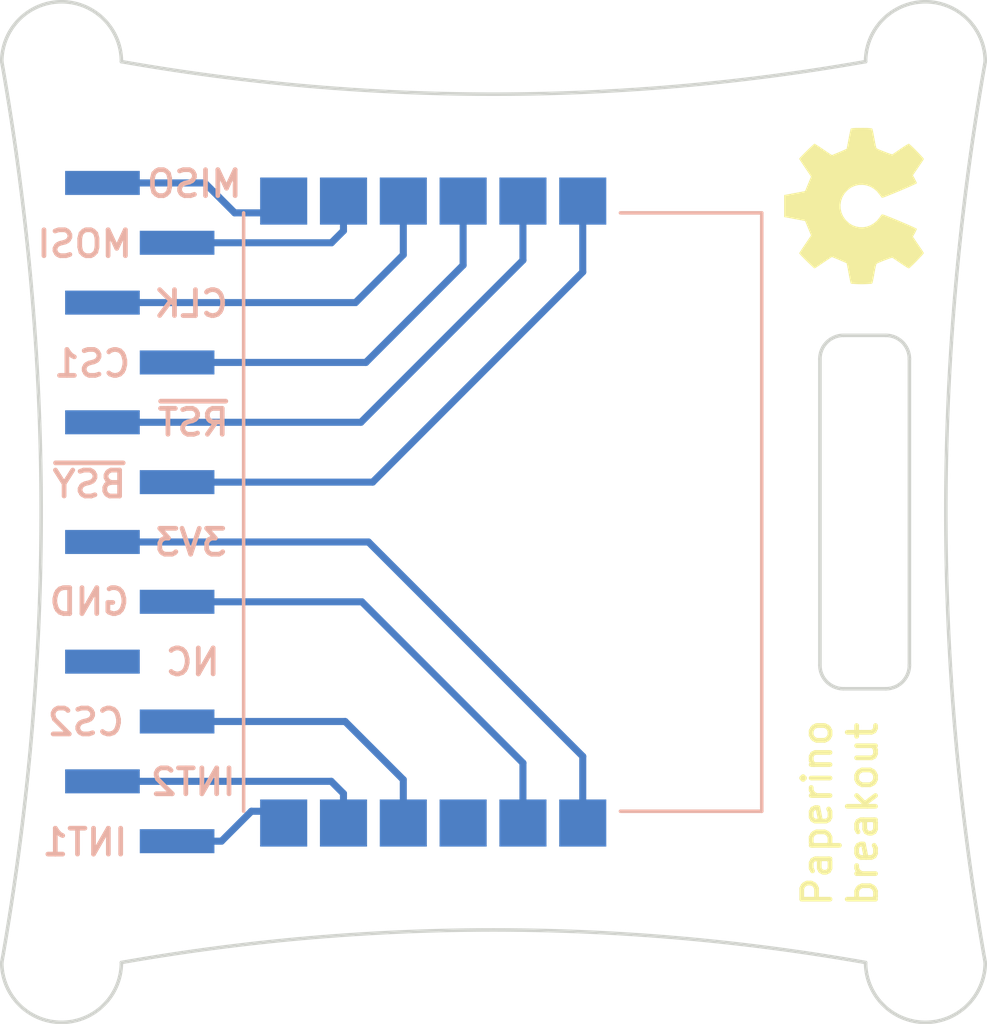
<source format=kicad_pcb>
(kicad_pcb (version 4) (host pcbnew 4.0.6)

  (general
    (links 0)
    (no_connects 0)
    (area -11.050001 -27.920001 247.729995 189.680001)
    (thickness 1.6)
    (drawings 42)
    (tracks 33)
    (zones 0)
    (modules 7)
    (nets 14)
  )

  (page A4)
  (layers
    (0 F.Cu signal)
    (31 B.Cu signal)
    (32 B.Adhes user)
    (33 F.Adhes user)
    (34 B.Paste user)
    (35 F.Paste user)
    (36 B.SilkS user)
    (37 F.SilkS user)
    (38 B.Mask user)
    (39 F.Mask user)
    (40 Dwgs.User user)
    (41 Cmts.User user)
    (42 Eco1.User user)
    (43 Eco2.User user)
    (44 Edge.Cuts user)
    (45 Margin user)
    (46 B.CrtYd user)
    (47 F.CrtYd user)
    (48 B.Fab user)
    (49 F.Fab user)
  )

  (setup
    (last_trace_width 0.3)
    (trace_clearance 0.15)
    (zone_clearance 0.508)
    (zone_45_only no)
    (trace_min 0.2)
    (segment_width 0.15)
    (edge_width 0.15)
    (via_size 0.6)
    (via_drill 0.4)
    (via_min_size 0.4)
    (via_min_drill 0.3)
    (uvia_size 0.3)
    (uvia_drill 0.1)
    (uvias_allowed no)
    (uvia_min_size 0.2)
    (uvia_min_drill 0.1)
    (pcb_text_width 0.3)
    (pcb_text_size 1.5 1.5)
    (mod_edge_width 0.15)
    (mod_text_size 1 1)
    (mod_text_width 0.15)
    (pad_size 1.524 1.524)
    (pad_drill 0.762)
    (pad_to_mask_clearance 0.2)
    (aux_axis_origin 0 0)
    (visible_elements 7FFCFFFF)
    (pcbplotparams
      (layerselection 0x00030_80000001)
      (usegerberextensions false)
      (excludeedgelayer true)
      (linewidth 0.100000)
      (plotframeref false)
      (viasonmask false)
      (mode 1)
      (useauxorigin false)
      (hpglpennumber 1)
      (hpglpenspeed 20)
      (hpglpendiameter 15)
      (hpglpenoverlay 2)
      (psnegative false)
      (psa4output false)
      (plotreference true)
      (plotvalue true)
      (plotinvisibletext false)
      (padsonsilk false)
      (subtractmaskfromsilk false)
      (outputformat 1)
      (mirror false)
      (drillshape 1)
      (scaleselection 1)
      (outputdirectory ""))
  )

  (net 0 "")
  (net 1 "Net-(A1-Pad3)")
  (net 2 "Net-(X1-Pad4)")
  (net 3 +3V3)
  (net 4 /MISO)
  (net 5 GND)
  (net 6 /CS2)
  (net 7 /INT2)
  (net 8 /INT1)
  (net 9 /MOSI)
  (net 10 /CLK)
  (net 11 /CS1)
  (net 12 /~RST)
  (net 13 /~BSY)

  (net_class Default "This is the default net class."
    (clearance 0.15)
    (trace_width 0.3)
    (via_dia 0.6)
    (via_drill 0.4)
    (uvia_dia 0.3)
    (uvia_drill 0.1)
    (add_net +3V3)
    (add_net /CLK)
    (add_net /CS1)
    (add_net /CS2)
    (add_net /INT1)
    (add_net /INT2)
    (add_net /MISO)
    (add_net /MOSI)
    (add_net /~BSY)
    (add_net /~RST)
    (add_net GND)
    (add_net "Net-(A1-Pad3)")
    (add_net "Net-(X1-Pad4)")
  )

  (module Paperino:paperino_module (layer B.Cu) (tedit 58E5DB08) (tstamp 58E4EAD0)
    (at 118.73 80.88 90)
    (path /58E4DACE)
    (fp_text reference A1 (at -11.1 12.35 90) (layer B.SilkS) hide
      (effects (font (size 1 1) (thickness 0.15)) (justify mirror))
    )
    (fp_text value paperino_module (at -6.4 -13.5 90) (layer B.Fab) hide
      (effects (font (size 1 1) (thickness 0.15)) (justify mirror))
    )
    (fp_line (start 12.7 5) (end 12.7 11) (layer B.SilkS) (width 0.15))
    (fp_line (start -12.7 11) (end -12.7 5) (layer B.SilkS) (width 0.15))
    (fp_line (start -12.7 -11) (end 12.7 -11) (layer B.SilkS) (width 0.15))
    (fp_line (start -12.7 11) (end 12.7 11) (layer B.SilkS) (width 0.15))
    (pad 1 smd rect (at -12.7 3.4 90) (size 2 2) (drill (offset -0.5 0)) (layers B.Cu B.Paste B.Mask)
      (net 3 +3V3))
    (pad 7 smd rect (at 12.7 -9.3 90) (size 2 2) (drill (offset 0.5 0)) (layers B.Cu B.Paste B.Mask)
      (net 4 /MISO))
    (pad 2 smd rect (at -12.7 0.86 90) (size 2 2) (drill (offset -0.5 0)) (layers B.Cu B.Paste B.Mask)
      (net 5 GND))
    (pad 3 smd rect (at -12.7 -1.68 90) (size 2 2) (drill (offset -0.5 0)) (layers B.Cu B.Paste B.Mask)
      (net 1 "Net-(A1-Pad3)"))
    (pad 4 smd rect (at -12.7 -4.22 90) (size 2 2) (drill (offset -0.5 0)) (layers B.Cu B.Paste B.Mask)
      (net 6 /CS2))
    (pad 5 smd rect (at -12.7 -6.76 90) (size 2 2) (drill (offset -0.5 0)) (layers B.Cu B.Paste B.Mask)
      (net 7 /INT2))
    (pad 6 smd rect (at -12.7 -9.3 90) (size 2 2) (drill (offset -0.5 0)) (layers B.Cu B.Paste B.Mask)
      (net 8 /INT1))
    (pad 8 smd rect (at 12.7 -6.76 90) (size 2 2) (drill (offset 0.5 0)) (layers B.Cu B.Paste B.Mask)
      (net 9 /MOSI))
    (pad 9 smd rect (at 12.7 -4.22 90) (size 2 2) (drill (offset 0.5 0)) (layers B.Cu B.Paste B.Mask)
      (net 10 /CLK))
    (pad 10 smd rect (at 12.7 -1.68 90) (size 2 2) (drill (offset 0.5 0)) (layers B.Cu B.Paste B.Mask)
      (net 11 /CS1))
    (pad 11 smd rect (at 12.7 0.86 90) (size 2 2) (drill (offset 0.5 0)) (layers B.Cu B.Paste B.Mask)
      (net 12 /~RST))
    (pad 12 smd rect (at 12.7 3.4 90) (size 2 2) (drill (offset 0.5 0)) (layers B.Cu B.Paste B.Mask)
      (net 13 /~BSY))
  )

  (module Paperino:mounting_hole_1.5 locked (layer F.Cu) (tedit 58D4C3AF) (tstamp 58E4EAD5)
    (at 100 100)
    (path /58E4DB75)
    (fp_text reference M1 (at -1.0541 -2.0955) (layer F.SilkS) hide
      (effects (font (size 1 1) (thickness 0.15)))
    )
    (fp_text value Mounting_hole (at 0 1.7653) (layer F.Fab) hide
      (effects (font (size 1 1) (thickness 0.15)))
    )
    (pad "" np_thru_hole circle (at 0 0) (size 1.5 1.5) (drill 1.5) (layers *.Cu *.Mask))
  )

  (module Paperino:mounting_hole_1.5 locked (layer F.Cu) (tedit 58D4C3AF) (tstamp 58E4EADA)
    (at 136.68 100)
    (path /58E4DC10)
    (fp_text reference M2 (at -1.0541 -2.0955) (layer F.SilkS) hide
      (effects (font (size 1 1) (thickness 0.15)))
    )
    (fp_text value Mounting_hole (at 0 1.7653) (layer F.Fab) hide
      (effects (font (size 1 1) (thickness 0.15)))
    )
    (pad "" np_thru_hole circle (at 0 0) (size 1.5 1.5) (drill 1.5) (layers *.Cu *.Mask))
  )

  (module Paperino:mounting_hole_1.5 locked (layer F.Cu) (tedit 58D4C3AF) (tstamp 58E4EADF)
    (at 100 61.76)
    (path /58E4DC2F)
    (fp_text reference M3 (at -1.0541 -2.0955) (layer F.SilkS) hide
      (effects (font (size 1 1) (thickness 0.15)))
    )
    (fp_text value Mounting_hole (at 0 1.7653) (layer F.Fab) hide
      (effects (font (size 1 1) (thickness 0.15)))
    )
    (pad "" np_thru_hole circle (at 0 0) (size 1.5 1.5) (drill 1.5) (layers *.Cu *.Mask))
  )

  (module Paperino:mounting_hole_1.5 locked (layer F.Cu) (tedit 58D4C3AF) (tstamp 58E4EAE4)
    (at 136.68 61.76)
    (path /58E4DC51)
    (fp_text reference M4 (at -1.0541 -2.0955) (layer F.SilkS) hide
      (effects (font (size 1 1) (thickness 0.15)))
    )
    (fp_text value Mounting_hole (at 0 1.7653) (layer F.Fab) hide
      (effects (font (size 1 1) (thickness 0.15)))
    )
    (pad "" np_thru_hole circle (at 0 0) (size 1.5 1.5) (drill 1.5) (layers *.Cu *.Mask))
  )

  (module Paperino:header_1x12_SMT (layer B.Cu) (tedit 58E5DB04) (tstamp 58E4EAF4)
    (at 103.32 80.88 90)
    (path /58E4E002)
    (fp_text reference X1 (at 0 4.91 90) (layer B.SilkS) hide
      (effects (font (size 1 1) (thickness 0.15)) (justify mirror))
    )
    (fp_text value CONN_01X12 (at 0 -5.59 90) (layer B.Fab) hide
      (effects (font (size 1 1) (thickness 0.15)) (justify mirror))
    )
    (pad 1 smd rect (at -13.97 1.5848 90) (size 1.02 3.17) (layers B.Cu B.Paste B.Mask)
      (net 8 /INT1))
    (pad 3 smd rect (at -8.89 1.5848 90) (size 1.02 3.17) (layers B.Cu B.Paste B.Mask)
      (net 6 /CS2))
    (pad 5 smd rect (at -3.81 1.5848 90) (size 1.02 3.17) (layers B.Cu B.Paste B.Mask)
      (net 5 GND))
    (pad 7 smd rect (at 1.27 1.5848 90) (size 1.02 3.17) (layers B.Cu B.Paste B.Mask)
      (net 13 /~BSY))
    (pad 9 smd rect (at 6.35 1.5848 90) (size 1.02 3.17) (layers B.Cu B.Paste B.Mask)
      (net 11 /CS1))
    (pad 11 smd rect (at 11.43 1.5848 90) (size 1.02 3.17) (layers B.Cu B.Paste B.Mask)
      (net 9 /MOSI))
    (pad 2 smd rect (at -11.43 -1.5852 90) (size 1.02 3.17) (layers B.Cu B.Paste B.Mask)
      (net 7 /INT2))
    (pad 4 smd rect (at -6.35 -1.5852 90) (size 1.02 3.17) (layers B.Cu B.Paste B.Mask)
      (net 2 "Net-(X1-Pad4)"))
    (pad 6 smd rect (at -1.27 -1.5852 90) (size 1.02 3.17) (layers B.Cu B.Paste B.Mask)
      (net 3 +3V3))
    (pad 8 smd rect (at 3.81 -1.5852 90) (size 1.02 3.17) (layers B.Cu B.Paste B.Mask)
      (net 12 /~RST))
    (pad 10 smd rect (at 8.89 -1.5852 90) (size 1.02 3.17) (layers B.Cu B.Paste B.Mask)
      (net 10 /CLK))
    (pad 12 smd rect (at 13.97 -1.5852 90) (size 1.02 3.17) (layers B.Cu B.Paste B.Mask)
      (net 4 /MISO))
  )

  (module Symbols:OSHW-Symbol_6.7x6mm_SilkScreen (layer F.Cu) (tedit 0) (tstamp 58E73F44)
    (at 133.66 67.9 90)
    (descr "Open Source Hardware Symbol")
    (tags "Logo Symbol OSHW")
    (attr virtual)
    (fp_text reference REF*** (at 0 0 90) (layer F.SilkS) hide
      (effects (font (size 1 1) (thickness 0.15)))
    )
    (fp_text value OSHW-Symbol_6.7x6mm_SilkScreen (at 0.75 0 90) (layer F.Fab) hide
      (effects (font (size 1 1) (thickness 0.15)))
    )
    (fp_poly (pts (xy 0.555814 -2.531069) (xy 0.639635 -2.086445) (xy 0.94892 -1.958947) (xy 1.258206 -1.831449)
      (xy 1.629246 -2.083754) (xy 1.733157 -2.154004) (xy 1.827087 -2.216728) (xy 1.906652 -2.269062)
      (xy 1.96747 -2.308143) (xy 2.005157 -2.331107) (xy 2.015421 -2.336058) (xy 2.03391 -2.323324)
      (xy 2.07342 -2.288118) (xy 2.129522 -2.234938) (xy 2.197787 -2.168282) (xy 2.273786 -2.092646)
      (xy 2.353092 -2.012528) (xy 2.431275 -1.932426) (xy 2.503907 -1.856836) (xy 2.566559 -1.790255)
      (xy 2.614803 -1.737182) (xy 2.64421 -1.702113) (xy 2.651241 -1.690377) (xy 2.641123 -1.66874)
      (xy 2.612759 -1.621338) (xy 2.569129 -1.552807) (xy 2.513218 -1.467785) (xy 2.448006 -1.370907)
      (xy 2.410219 -1.31565) (xy 2.341343 -1.214752) (xy 2.28014 -1.123701) (xy 2.229578 -1.04703)
      (xy 2.192628 -0.989272) (xy 2.172258 -0.954957) (xy 2.169197 -0.947746) (xy 2.176136 -0.927252)
      (xy 2.195051 -0.879487) (xy 2.223087 -0.811168) (xy 2.257391 -0.729011) (xy 2.295109 -0.63973)
      (xy 2.333387 -0.550042) (xy 2.36937 -0.466662) (xy 2.400206 -0.396306) (xy 2.423039 -0.34569)
      (xy 2.435017 -0.321529) (xy 2.435724 -0.320578) (xy 2.454531 -0.315964) (xy 2.504618 -0.305672)
      (xy 2.580793 -0.290713) (xy 2.677865 -0.272099) (xy 2.790643 -0.250841) (xy 2.856442 -0.238582)
      (xy 2.97695 -0.215638) (xy 3.085797 -0.193805) (xy 3.177476 -0.174278) (xy 3.246481 -0.158252)
      (xy 3.287304 -0.146921) (xy 3.295511 -0.143326) (xy 3.303548 -0.118994) (xy 3.310033 -0.064041)
      (xy 3.31497 0.015108) (xy 3.318364 0.112026) (xy 3.320218 0.220287) (xy 3.320538 0.333465)
      (xy 3.319327 0.445135) (xy 3.31659 0.548868) (xy 3.312331 0.638241) (xy 3.306555 0.706826)
      (xy 3.299267 0.748197) (xy 3.294895 0.75681) (xy 3.268764 0.767133) (xy 3.213393 0.781892)
      (xy 3.136107 0.799352) (xy 3.04423 0.81778) (xy 3.012158 0.823741) (xy 2.857524 0.852066)
      (xy 2.735375 0.874876) (xy 2.641673 0.89308) (xy 2.572384 0.907583) (xy 2.523471 0.919292)
      (xy 2.490897 0.929115) (xy 2.470628 0.937956) (xy 2.458626 0.946724) (xy 2.456947 0.948457)
      (xy 2.440184 0.976371) (xy 2.414614 1.030695) (xy 2.382788 1.104777) (xy 2.34726 1.191965)
      (xy 2.310583 1.285608) (xy 2.275311 1.379052) (xy 2.243996 1.465647) (xy 2.219193 1.53874)
      (xy 2.203454 1.591678) (xy 2.199332 1.617811) (xy 2.199676 1.618726) (xy 2.213641 1.640086)
      (xy 2.245322 1.687084) (xy 2.291391 1.754827) (xy 2.348518 1.838423) (xy 2.413373 1.932982)
      (xy 2.431843 1.959854) (xy 2.497699 2.057275) (xy 2.55565 2.146163) (xy 2.602538 2.221412)
      (xy 2.635207 2.27792) (xy 2.6505 2.310581) (xy 2.651241 2.314593) (xy 2.638392 2.335684)
      (xy 2.602888 2.377464) (xy 2.549293 2.435445) (xy 2.482171 2.505135) (xy 2.406087 2.582045)
      (xy 2.325604 2.661683) (xy 2.245287 2.739561) (xy 2.169699 2.811186) (xy 2.103405 2.87207)
      (xy 2.050969 2.917721) (xy 2.016955 2.94365) (xy 2.007545 2.947883) (xy 1.985643 2.937912)
      (xy 1.9408 2.91102) (xy 1.880321 2.871736) (xy 1.833789 2.840117) (xy 1.749475 2.782098)
      (xy 1.649626 2.713784) (xy 1.549473 2.645579) (xy 1.495627 2.609075) (xy 1.313371 2.4858)
      (xy 1.160381 2.56852) (xy 1.090682 2.604759) (xy 1.031414 2.632926) (xy 0.991311 2.648991)
      (xy 0.981103 2.651226) (xy 0.968829 2.634722) (xy 0.944613 2.588082) (xy 0.910263 2.515609)
      (xy 0.867588 2.421606) (xy 0.818394 2.310374) (xy 0.76449 2.186215) (xy 0.707684 2.053432)
      (xy 0.649782 1.916327) (xy 0.592593 1.779202) (xy 0.537924 1.646358) (xy 0.487584 1.522098)
      (xy 0.44338 1.410725) (xy 0.407119 1.316539) (xy 0.380609 1.243844) (xy 0.365658 1.196941)
      (xy 0.363254 1.180833) (xy 0.382311 1.160286) (xy 0.424036 1.126933) (xy 0.479706 1.087702)
      (xy 0.484378 1.084599) (xy 0.628264 0.969423) (xy 0.744283 0.835053) (xy 0.83143 0.685784)
      (xy 0.888699 0.525913) (xy 0.915086 0.359737) (xy 0.909585 0.191552) (xy 0.87119 0.025655)
      (xy 0.798895 -0.133658) (xy 0.777626 -0.168513) (xy 0.666996 -0.309263) (xy 0.536302 -0.422286)
      (xy 0.390064 -0.506997) (xy 0.232808 -0.562806) (xy 0.069057 -0.589126) (xy -0.096667 -0.58537)
      (xy -0.259838 -0.55095) (xy -0.415935 -0.485277) (xy -0.560433 -0.387765) (xy -0.605131 -0.348187)
      (xy -0.718888 -0.224297) (xy -0.801782 -0.093876) (xy -0.858644 0.052315) (xy -0.890313 0.197088)
      (xy -0.898131 0.35986) (xy -0.872062 0.52344) (xy -0.814755 0.682298) (xy -0.728856 0.830906)
      (xy -0.617014 0.963735) (xy -0.481877 1.075256) (xy -0.464117 1.087011) (xy -0.40785 1.125508)
      (xy -0.365077 1.158863) (xy -0.344628 1.18016) (xy -0.344331 1.180833) (xy -0.348721 1.203871)
      (xy -0.366124 1.256157) (xy -0.394732 1.33339) (xy -0.432735 1.431268) (xy -0.478326 1.545491)
      (xy -0.529697 1.671758) (xy -0.585038 1.805767) (xy -0.642542 1.943218) (xy -0.700399 2.079808)
      (xy -0.756802 2.211237) (xy -0.809942 2.333205) (xy -0.85801 2.441409) (xy -0.899199 2.531549)
      (xy -0.931699 2.599323) (xy -0.953703 2.64043) (xy -0.962564 2.651226) (xy -0.98964 2.642819)
      (xy -1.040303 2.620272) (xy -1.105817 2.587613) (xy -1.141841 2.56852) (xy -1.294832 2.4858)
      (xy -1.477088 2.609075) (xy -1.570125 2.672228) (xy -1.671985 2.741727) (xy -1.767438 2.807165)
      (xy -1.81525 2.840117) (xy -1.882495 2.885273) (xy -1.939436 2.921057) (xy -1.978646 2.942938)
      (xy -1.991381 2.947563) (xy -2.009917 2.935085) (xy -2.050941 2.900252) (xy -2.110475 2.846678)
      (xy -2.184542 2.777983) (xy -2.269165 2.697781) (xy -2.322685 2.646286) (xy -2.416319 2.554286)
      (xy -2.497241 2.471999) (xy -2.562177 2.402945) (xy -2.607858 2.350644) (xy -2.631011 2.318616)
      (xy -2.633232 2.312116) (xy -2.622924 2.287394) (xy -2.594439 2.237405) (xy -2.550937 2.167212)
      (xy -2.495577 2.081875) (xy -2.43152 1.986456) (xy -2.413303 1.959854) (xy -2.346927 1.863167)
      (xy -2.287378 1.776117) (xy -2.237984 1.703595) (xy -2.202075 1.650493) (xy -2.182981 1.621703)
      (xy -2.181136 1.618726) (xy -2.183895 1.595782) (xy -2.198538 1.545336) (xy -2.222513 1.474041)
      (xy -2.253266 1.388547) (xy -2.288244 1.295507) (xy -2.324893 1.201574) (xy -2.360661 1.113399)
      (xy -2.392994 1.037634) (xy -2.419338 0.980931) (xy -2.437142 0.949943) (xy -2.438407 0.948457)
      (xy -2.449294 0.939601) (xy -2.467682 0.930843) (xy -2.497606 0.921277) (xy -2.543103 0.909996)
      (xy -2.608209 0.896093) (xy -2.696961 0.878663) (xy -2.813393 0.856798) (xy -2.961542 0.829591)
      (xy -2.993618 0.823741) (xy -3.088686 0.805374) (xy -3.171565 0.787405) (xy -3.23493 0.771569)
      (xy -3.271458 0.7596) (xy -3.276356 0.75681) (xy -3.284427 0.732072) (xy -3.290987 0.67679)
      (xy -3.296033 0.597389) (xy -3.299559 0.500296) (xy -3.301561 0.391938) (xy -3.302036 0.27874)
      (xy -3.300977 0.167128) (xy -3.298382 0.063529) (xy -3.294246 -0.025632) (xy -3.288563 -0.093928)
      (xy -3.281331 -0.134934) (xy -3.276971 -0.143326) (xy -3.252698 -0.151792) (xy -3.197426 -0.165565)
      (xy -3.116662 -0.18345) (xy -3.015912 -0.204252) (xy -2.900683 -0.226777) (xy -2.837902 -0.238582)
      (xy -2.718787 -0.260849) (xy -2.612565 -0.281021) (xy -2.524427 -0.298085) (xy -2.459566 -0.311031)
      (xy -2.423174 -0.318845) (xy -2.417184 -0.320578) (xy -2.407061 -0.34011) (xy -2.385662 -0.387157)
      (xy -2.355839 -0.454997) (xy -2.320445 -0.536909) (xy -2.282332 -0.626172) (xy -2.244353 -0.716065)
      (xy -2.20936 -0.799865) (xy -2.180206 -0.870853) (xy -2.159743 -0.922306) (xy -2.150823 -0.947503)
      (xy -2.150657 -0.948604) (xy -2.160769 -0.968481) (xy -2.189117 -1.014223) (xy -2.232723 -1.081283)
      (xy -2.288606 -1.165116) (xy -2.353787 -1.261174) (xy -2.391679 -1.31635) (xy -2.460725 -1.417519)
      (xy -2.52205 -1.50937) (xy -2.572663 -1.587256) (xy -2.609571 -1.646531) (xy -2.629782 -1.682549)
      (xy -2.632701 -1.690623) (xy -2.620153 -1.709416) (xy -2.585463 -1.749543) (xy -2.533063 -1.806507)
      (xy -2.467384 -1.875815) (xy -2.392856 -1.952969) (xy -2.313913 -2.033475) (xy -2.234983 -2.112837)
      (xy -2.1605 -2.18656) (xy -2.094894 -2.250148) (xy -2.042596 -2.299106) (xy -2.008039 -2.328939)
      (xy -1.996478 -2.336058) (xy -1.977654 -2.326047) (xy -1.932631 -2.297922) (xy -1.865787 -2.254546)
      (xy -1.781499 -2.198782) (xy -1.684144 -2.133494) (xy -1.610707 -2.083754) (xy -1.239667 -1.831449)
      (xy -0.621095 -2.086445) (xy -0.537275 -2.531069) (xy -0.453454 -2.975693) (xy 0.471994 -2.975693)
      (xy 0.555814 -2.531069)) (layer F.SilkS) (width 0.01))
  )

  (gr_text "Paperino\nbreakout" (at 133.05 97.73 90) (layer F.SilkS)
    (effects (font (size 1.2 1.2) (thickness 0.2)) (justify left))
  )
  (gr_text MISO (at 105.64 66.95) (layer B.SilkS) (tstamp 58E7383A)
    (effects (font (size 1.1 1.1) (thickness 0.2)) (justify mirror))
  )
  (gr_text MOSI (at 100.98 69.5) (layer B.SilkS) (tstamp 58E7382E)
    (effects (font (size 1.1 1.1) (thickness 0.2)) (justify mirror))
  )
  (gr_text CLK (at 105.5 72.04) (layer B.SilkS) (tstamp 58E73816)
    (effects (font (size 1.1 1.1) (thickness 0.2)) (justify mirror))
  )
  (gr_text CS1 (at 101.3 74.58) (layer B.SilkS) (tstamp 58E73808)
    (effects (font (size 1.1 1.1) (thickness 0.2)) (justify mirror))
  )
  (gr_text ~RST (at 105.59 77.08) (layer B.SilkS) (tstamp 58E737FB)
    (effects (font (size 1.1 1.1) (thickness 0.2)) (justify mirror))
  )
  (gr_text ~BSY (at 101.18 79.7) (layer B.SilkS) (tstamp 58E737ED)
    (effects (font (size 1.1 1.1) (thickness 0.2)) (justify mirror))
  )
  (gr_text 3V3 (at 105.48 82.17) (layer B.SilkS) (tstamp 58E737D5)
    (effects (font (size 1.1 1.1) (thickness 0.2)) (justify mirror))
  )
  (gr_text GND (at 101.18 84.69) (layer B.SilkS) (tstamp 58E737A7)
    (effects (font (size 1.1 1.1) (thickness 0.2)) (justify mirror))
  )
  (gr_text NC (at 105.57 87.25) (layer B.SilkS) (tstamp 58E7379C)
    (effects (font (size 1.1 1.1) (thickness 0.2)) (justify mirror))
  )
  (gr_text CS2 (at 101.03 89.8) (layer B.SilkS) (tstamp 58E7378C)
    (effects (font (size 1.1 1.1) (thickness 0.2)) (justify mirror))
  )
  (gr_text INT2 (at 105.59 92.34) (layer B.SilkS) (tstamp 58E7374D)
    (effects (font (size 1.1 1.1) (thickness 0.2)) (justify mirror))
  )
  (gr_text INT1 (at 100.99 94.9) (layer B.SilkS)
    (effects (font (size 1.1 1.1) (thickness 0.2)) (justify mirror))
  )
  (gr_text "z-axis milling\ntop side\n-0,8 mm" (at 117.33 80.85) (layer Eco1.User)
    (effects (font (size 1.5 1.5) (thickness 0.3)))
  )
  (gr_line (start 104.4 66.6) (end 104.4 95.16) (layer Eco1.User) (width 0.15))
  (gr_arc (start 105.4 66.6) (end 104.4 66.6) (angle 90) (layer Eco1.User) (width 0.15) (tstamp 58E5ECE9))
  (gr_arc (start 105.4 95.16) (end 105.4 96.16) (angle 90) (layer Eco1.User) (width 0.15) (tstamp 58E5ECD0))
  (gr_line (start 126.92 65.6) (end 105.4 65.6) (layer Eco1.User) (width 0.15) (tstamp 58E5EC77))
  (gr_line (start 126.92 96.16) (end 105.4 96.16) (layer Eco1.User) (width 0.15))
  (gr_arc (start 126.92 66.6) (end 127.92 66.6) (angle -90) (layer Eco1.User) (width 0.15) (tstamp 58E5EBE2))
  (gr_arc (start 126.92 95.16) (end 127.92 95.16) (angle 90) (layer Eco1.User) (width 0.15))
  (gr_line (start 127.92 73.38) (end 127.92 66.6) (layer Eco1.User) (width 0.15) (tstamp 58E5EB7E))
  (gr_line (start 127.92 88.38) (end 127.92 95.16) (layer Eco1.User) (width 0.15))
  (gr_line (start 133.7 73.38) (end 127.92 73.38) (layer Eco1.User) (width 0.15) (tstamp 58E5EAFE))
  (gr_line (start 133.7 88.38) (end 127.92 88.38) (layer Eco1.User) (width 0.15))
  (gr_line (start 133.7 73.38) (end 133.7 88.38) (layer Eco1.User) (width 0.15))
  (gr_line (start 133.2 88.38) (end 135 88.38) (layer Edge.Cuts) (width 0.15) (tstamp 58E5E8A6))
  (gr_arc (start 135 87.38) (end 136 87.38) (angle 90) (layer Edge.Cuts) (width 0.15) (tstamp 58E5E889))
  (gr_arc (start 133.2 87.38) (end 133.2 88.38) (angle 90) (layer Edge.Cuts) (width 0.15) (tstamp 58E5E876))
  (gr_line (start 133.2 73.38) (end 135 73.38) (layer Edge.Cuts) (width 0.15))
  (gr_arc (start 135 74.38) (end 135 73.38) (angle 90) (layer Edge.Cuts) (width 0.15) (tstamp 58E5E731))
  (gr_arc (start 133.2 74.38) (end 132.2 74.38) (angle 90) (layer Edge.Cuts) (width 0.15))
  (gr_line (start 132.2 87.38) (end 132.2 74.38) (layer Edge.Cuts) (width 0.15) (tstamp 58E5E6D9))
  (gr_line (start 136 87.38) (end 136 74.38) (layer Edge.Cuts) (width 0.15))
  (gr_arc (start 247.654994 80.880031) (end 139.22 100) (angle 19.9999845) (layer Edge.Cuts) (width 0.15) (tstamp 58E5DF08))
  (gr_arc (start -10.975 80.88) (end 97.46 61.76) (angle 20) (layer Edge.Cuts) (width 0.15))
  (gr_arc (start 118.34 -27.845) (end 134.14 61.76) (angle 20) (layer Edge.Cuts) (width 0.15) (tstamp 58E5DC16))
  (gr_arc (start 118.34 189.605) (end 102.54 100) (angle 20) (layer Edge.Cuts) (width 0.15))
  (gr_arc (start 136.68 61.76) (end 134.14 61.76) (angle 180) (layer Edge.Cuts) (width 0.15) (tstamp 58E4ECAB))
  (gr_arc (start 100 61.76) (end 97.46 61.76) (angle 180) (layer Edge.Cuts) (width 0.15) (tstamp 58E4EC68))
  (gr_arc (start 136.68 100) (end 139.22 100) (angle 180) (layer Edge.Cuts) (width 0.15) (tstamp 58E4EC44))
  (gr_arc (start 100 100) (end 102.54 100) (angle 180) (layer Edge.Cuts) (width 0.15))

  (segment (start 122.13 91.25) (end 113.03 82.15) (width 0.3) (layer B.Cu) (net 3))
  (segment (start 113.03 82.15) (end 101.7348 82.15) (width 0.3) (layer B.Cu) (net 3))
  (segment (start 122.13 93.58) (end 122.13 91.25) (width 0.3) (layer B.Cu) (net 3))
  (segment (start 107.35 68.18) (end 106.08 66.91) (width 0.3) (layer B.Cu) (net 4))
  (segment (start 106.08 66.91) (end 101.7348 66.91) (width 0.3) (layer B.Cu) (net 4))
  (segment (start 109.43 68.18) (end 107.35 68.18) (width 0.3) (layer B.Cu) (net 4))
  (segment (start 119.59 91.53) (end 112.75 84.69) (width 0.3) (layer B.Cu) (net 5))
  (segment (start 112.75 84.69) (end 104.9048 84.69) (width 0.3) (layer B.Cu) (net 5))
  (segment (start 119.59 93.58) (end 119.59 91.53) (width 0.3) (layer B.Cu) (net 5))
  (segment (start 114.51 92.24) (end 112.04 89.77) (width 0.3) (layer B.Cu) (net 6))
  (segment (start 112.04 89.77) (end 104.9048 89.77) (width 0.3) (layer B.Cu) (net 6))
  (segment (start 114.51 93.58) (end 114.51 92.24) (width 0.3) (layer B.Cu) (net 6))
  (segment (start 111.45 92.31) (end 111.97 92.83) (width 0.3) (layer B.Cu) (net 7))
  (segment (start 111.97 92.83) (end 111.97 93.58) (width 0.3) (layer B.Cu) (net 7))
  (segment (start 101.7348 92.31) (end 111.45 92.31) (width 0.3) (layer B.Cu) (net 7))
  (segment (start 104.9048 94.85) (end 106.7898 94.85) (width 0.3) (layer B.Cu) (net 8))
  (segment (start 106.7898 94.85) (end 108.0598 93.58) (width 0.3) (layer B.Cu) (net 8))
  (segment (start 108.0598 93.58) (end 109.43 93.58) (width 0.3) (layer B.Cu) (net 8))
  (segment (start 111.46 69.45) (end 111.97 68.94) (width 0.3) (layer B.Cu) (net 9))
  (segment (start 111.97 68.94) (end 111.97 68.18) (width 0.3) (layer B.Cu) (net 9))
  (segment (start 104.9048 69.45) (end 111.46 69.45) (width 0.3) (layer B.Cu) (net 9))
  (segment (start 112.48 71.99) (end 114.51 69.96) (width 0.3) (layer B.Cu) (net 10))
  (segment (start 114.51 69.96) (end 114.51 68.18) (width 0.3) (layer B.Cu) (net 10))
  (segment (start 101.7348 71.99) (end 112.48 71.99) (width 0.3) (layer B.Cu) (net 10))
  (segment (start 117.05 70.4) (end 112.92 74.53) (width 0.3) (layer B.Cu) (net 11))
  (segment (start 112.92 74.53) (end 104.9048 74.53) (width 0.3) (layer B.Cu) (net 11))
  (segment (start 117.05 68.18) (end 117.05 70.4) (width 0.3) (layer B.Cu) (net 11))
  (segment (start 112.71 77.07) (end 119.59 70.19) (width 0.3) (layer B.Cu) (net 12))
  (segment (start 119.59 70.19) (end 119.59 68.18) (width 0.3) (layer B.Cu) (net 12))
  (segment (start 101.7348 77.07) (end 112.71 77.07) (width 0.3) (layer B.Cu) (net 12))
  (segment (start 113.21 79.61) (end 122.13 70.69) (width 0.3) (layer B.Cu) (net 13))
  (segment (start 122.13 70.69) (end 122.13 68.18) (width 0.3) (layer B.Cu) (net 13))
  (segment (start 104.9048 79.61) (end 113.21 79.61) (width 0.3) (layer B.Cu) (net 13))

)

</source>
